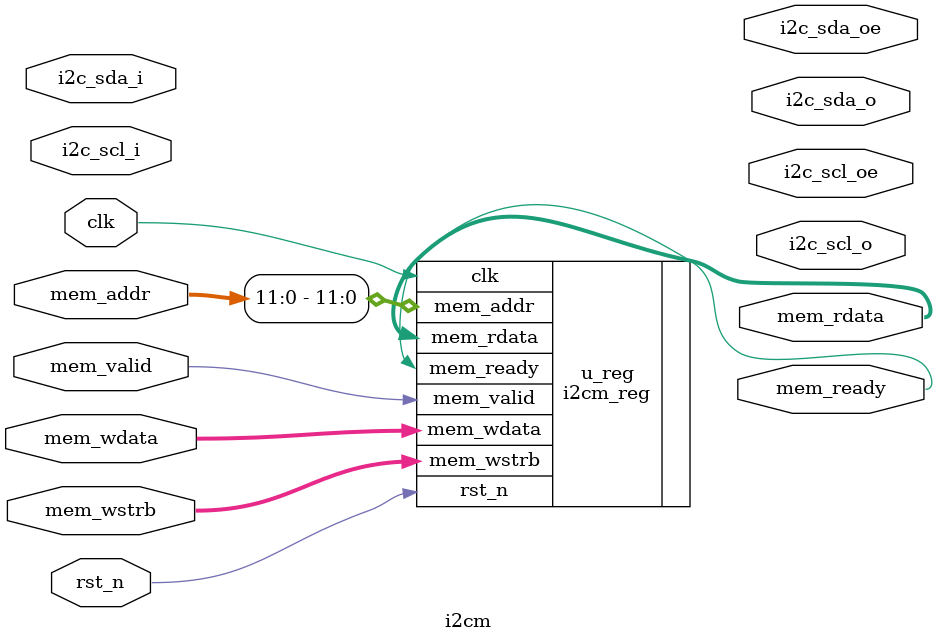
<source format=v>
`timescale 1ns / 1ps

module i2cm (
	input         clk,
	input         rst_n,

	input         mem_valid,
	output        mem_ready,
	input  [31:0] mem_addr,
	input  [31:0] mem_wdata,
	input  [ 3:0] mem_wstrb,
	output [31:0] mem_rdata,

	input         i2c_scl_i,
	output        i2c_scl_o,
	output        i2c_scl_oe,
	input         i2c_sda_i,
	output        i2c_sda_o,
	output        i2c_sda_oe
);


i2cm_reg u_reg (
	.clk(clk),
	.rst_n(rst_n),

	.mem_valid(mem_valid),
	.mem_ready(mem_ready),
	.mem_addr (mem_addr[11:0]),
	.mem_wdata(mem_wdata),
	.mem_wstrb(mem_wstrb),
	.mem_rdata(mem_rdata)
);


endmodule

</source>
